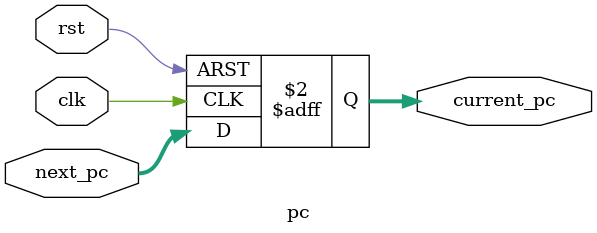
<source format=v>
module pc #(
    parameter WIDTH = 4
)(
    input wire clk,
    input wire rst,
    input wire [WIDTH-1:0] next_pc,
    output reg [WIDTH-1:0] current_pc
);

always @(posedge clk or posedge rst) begin
    if (rst) begin
        current_pc <= 0;
    end else begin
        current_pc <= next_pc; 
    end
end

endmodule
</source>
